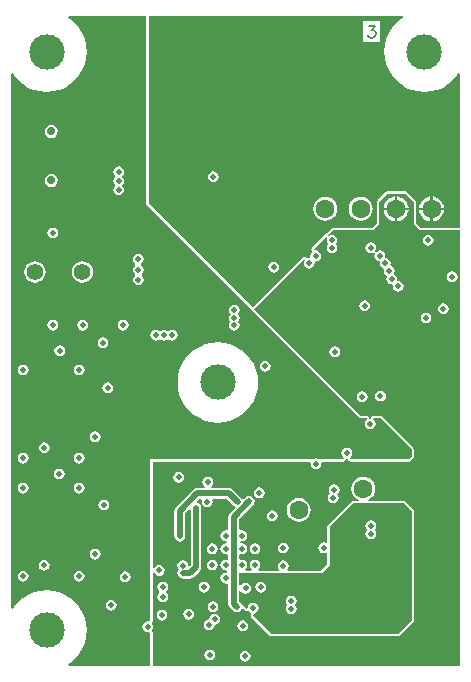
<source format=gbr>
%TF.GenerationSoftware,Altium Limited,Altium Designer,20.1.12 (249)*%
G04 Layer_Physical_Order=3*
G04 Layer_Color=16440176*
%FSLAX45Y45*%
%MOMM*%
%TF.SameCoordinates,4EE8302A-A9A8-49E0-93C5-14594FCB678D*%
%TF.FilePolarity,Positive*%
%TF.FileFunction,Copper,L3,Inr,Signal*%
%TF.Part,Single*%
G01*
G75*
%TA.AperFunction,NonConductor*%
%ADD56C,0.20000*%
%TA.AperFunction,Conductor*%
%ADD58C,0.50000*%
%TA.AperFunction,ComponentPad*%
%ADD65C,1.40000*%
%ADD66C,0.70000*%
%ADD67C,1.60000*%
%TA.AperFunction,WasherPad*%
%ADD68C,3.00000*%
%TA.AperFunction,ViaPad*%
%ADD69C,0.50000*%
%TA.AperFunction,Conductor*%
%ADD70C,0.12500*%
G36*
X1194999Y3959999D02*
X3007500Y2147500D01*
X3060972Y2147500D01*
X3064824Y2134800D01*
X3057556Y2129944D01*
X3047610Y2115059D01*
X3044118Y2097501D01*
X3047610Y2079942D01*
X3057556Y2065057D01*
X3072441Y2055111D01*
X3089999Y2051619D01*
X3107557Y2055111D01*
X3122443Y2065057D01*
X3132388Y2079942D01*
X3135881Y2097501D01*
X3132388Y2115059D01*
X3122443Y2129944D01*
X3115175Y2134800D01*
X3119027Y2147500D01*
X3177500Y2147500D01*
X3442500Y1882500D01*
X3442500Y1822500D01*
X3420000Y1799999D01*
X3297500Y1800000D01*
X2921527D01*
X2917674Y1812700D01*
X2924943Y1817557D01*
X2934889Y1832442D01*
X2938381Y1850000D01*
X2934889Y1867558D01*
X2924943Y1882443D01*
X2910058Y1892389D01*
X2892500Y1895882D01*
X2874942Y1892389D01*
X2860057Y1882443D01*
X2850111Y1867558D01*
X2846618Y1850000D01*
X2850111Y1832442D01*
X2860057Y1817557D01*
X2867326Y1812700D01*
X2863473Y1800000D01*
X2654112D01*
X2648751Y1803582D01*
X2631193Y1807075D01*
X2613635Y1803582D01*
X2608274Y1800000D01*
X1230000D01*
Y434028D01*
X1217300Y425935D01*
X1205000Y428382D01*
X1187442Y424889D01*
X1172557Y414943D01*
X1162611Y400058D01*
X1159118Y382500D01*
X1162611Y364942D01*
X1172557Y350057D01*
X1187442Y340111D01*
X1205000Y336619D01*
X1217300Y339065D01*
X1230000Y330972D01*
Y50979D01*
X536154D01*
X532707Y63202D01*
X550465Y74084D01*
X591160Y108841D01*
X625916Y149535D01*
X653879Y195166D01*
X674359Y244609D01*
X686852Y296648D01*
X691051Y350000D01*
X686852Y403352D01*
X674359Y455391D01*
X653879Y504834D01*
X625916Y550465D01*
X591160Y591160D01*
X550465Y625916D01*
X504834Y653879D01*
X455391Y674359D01*
X403352Y686852D01*
X350000Y691051D01*
X296648Y686852D01*
X244609Y674359D01*
X195166Y653879D01*
X149535Y625916D01*
X108841Y591160D01*
X74084Y550465D01*
X63202Y532707D01*
X50978Y536154D01*
X50976Y5063850D01*
X63199Y5067297D01*
X74084Y5049535D01*
X108841Y5008840D01*
X149535Y4974084D01*
X195166Y4946121D01*
X244609Y4925641D01*
X296648Y4913148D01*
X350000Y4908949D01*
X403352Y4913148D01*
X455391Y4925641D01*
X504834Y4946121D01*
X550465Y4974084D01*
X591160Y5008840D01*
X625916Y5049535D01*
X653879Y5095166D01*
X674359Y5144609D01*
X686852Y5196648D01*
X691051Y5250000D01*
X686852Y5303352D01*
X674359Y5355391D01*
X653879Y5404834D01*
X625916Y5450465D01*
X591160Y5491159D01*
X550465Y5525916D01*
X532707Y5536798D01*
X536154Y5549022D01*
X1195000D01*
X1194999Y3959999D01*
D02*
G37*
G36*
X3367293Y5536798D02*
X3349535Y5525916D01*
X3308840Y5491159D01*
X3274084Y5450465D01*
X3246121Y5404834D01*
X3225641Y5355391D01*
X3213148Y5303352D01*
X3208949Y5250000D01*
X3213148Y5196648D01*
X3225641Y5144609D01*
X3246121Y5095166D01*
X3274084Y5049535D01*
X3308840Y5008840D01*
X3349535Y4974084D01*
X3395166Y4946121D01*
X3444609Y4925641D01*
X3496648Y4913148D01*
X3550000Y4908949D01*
X3603352Y4913148D01*
X3655391Y4925641D01*
X3704834Y4946121D01*
X3750465Y4974084D01*
X3791160Y5008840D01*
X3825916Y5049535D01*
X3836796Y5067289D01*
X3849019Y5063842D01*
X3849020Y3757891D01*
X3523446Y3757892D01*
X3477892Y3803446D01*
X3477892Y3980000D01*
X3476340Y3987803D01*
X3471919Y3994419D01*
X3405562Y4060777D01*
X3398946Y4065197D01*
X3391142Y4066749D01*
X3233859Y4066750D01*
X3233858Y4066750D01*
X3226055Y4065198D01*
X3219439Y4060778D01*
X3219438Y4060777D01*
X3153081Y3994420D01*
X3148661Y3987804D01*
X3147109Y3980001D01*
X3147107Y3798446D01*
X3106554Y3757892D01*
X2772501Y3757892D01*
X2772500Y3757892D01*
X2764697Y3756340D01*
X2758081Y3751919D01*
X2721122Y3714960D01*
X2719457Y3712468D01*
X2717557Y3710154D01*
X2717263Y3709186D01*
X2716701Y3708344D01*
X2716117Y3705407D01*
X2715762Y3704238D01*
X2714594Y3703883D01*
X2711655Y3703299D01*
X2710814Y3702737D01*
X2709846Y3702443D01*
X2707532Y3700543D01*
X2705040Y3698878D01*
X2599138Y3592976D01*
X2598576Y3592135D01*
X2597794Y3591493D01*
X2596381Y3588851D01*
X2594717Y3586361D01*
X2594520Y3585369D01*
X2594043Y3584476D01*
X2593749Y3581493D01*
X2593165Y3578557D01*
X2593362Y3577565D01*
X2593263Y3576558D01*
X2594133Y3573691D01*
X2594717Y3570753D01*
X2595280Y3569912D01*
X2595573Y3568944D01*
X2600952Y3558882D01*
X2595057Y3554943D01*
X2585111Y3540058D01*
X2581618Y3522500D01*
X2583169Y3514705D01*
X2575000Y3503381D01*
X2558838Y3500167D01*
X2558814Y3500227D01*
X2556694Y3502346D01*
X2554794Y3504661D01*
X2544930Y3512756D01*
X2542289Y3514168D01*
X2539797Y3515833D01*
X2538804Y3516030D01*
X2537913Y3516507D01*
X2534931Y3516801D01*
X2531993Y3517385D01*
X2531002Y3517188D01*
X2529994Y3517287D01*
X2527127Y3516417D01*
X2524190Y3515833D01*
X2523349Y3515271D01*
X2522381Y3514977D01*
X2520066Y3513077D01*
X2517574Y3511413D01*
X2095000Y3088839D01*
X2086540Y3097298D01*
X1215391Y3968446D01*
X1215392Y5549022D01*
X3363846D01*
X3367293Y5536798D01*
D02*
G37*
G36*
X3391142Y4046357D02*
X3457500Y3980000D01*
X3457500Y3794999D01*
X3515000Y3737500D01*
X3849020Y3737500D01*
X3849022Y50978D01*
X1263092Y50979D01*
X1250392Y50979D01*
Y330972D01*
X1249958Y333156D01*
X1249909Y335384D01*
X1249189Y337022D01*
X1248840Y338776D01*
X1247602Y340628D01*
X1246705Y342667D01*
X1245414Y343904D01*
X1244420Y345391D01*
X1243078Y358491D01*
X1247389Y364942D01*
X1250881Y382500D01*
X1247389Y400058D01*
X1243078Y406509D01*
X1244420Y419609D01*
X1245414Y421097D01*
X1246705Y422334D01*
X1247602Y424372D01*
X1248840Y426224D01*
X1249189Y427979D01*
X1249909Y429617D01*
X1249957Y431844D01*
X1250392Y434028D01*
Y833323D01*
X1262156Y839370D01*
X1263092Y839222D01*
X1272557Y825057D01*
X1287442Y815111D01*
X1305000Y811619D01*
X1322558Y815111D01*
X1337443Y825057D01*
X1347389Y839942D01*
X1350882Y857500D01*
X1347389Y875058D01*
X1337443Y889943D01*
X1322558Y899889D01*
X1305000Y903382D01*
X1287442Y899889D01*
X1272557Y889943D01*
X1263092Y875778D01*
X1262156Y875630D01*
X1250392Y881677D01*
Y1779608D01*
X2576026D01*
X2586448Y1766908D01*
X2585312Y1761193D01*
X2588804Y1743635D01*
X2598750Y1728750D01*
X2613635Y1718804D01*
X2631193Y1715312D01*
X2648751Y1718804D01*
X2663636Y1728750D01*
X2673582Y1743635D01*
X2677075Y1761193D01*
X2675938Y1766908D01*
X2686361Y1779608D01*
X2863473D01*
X2864465Y1779805D01*
X2865472Y1779706D01*
X2868339Y1780576D01*
X2871277Y1781160D01*
X2872117Y1781722D01*
X2873086Y1782016D01*
X2875402Y1783916D01*
X2877892Y1785581D01*
X2878454Y1786422D01*
X2879236Y1787063D01*
X2880648Y1789705D01*
X2882313Y1792196D01*
X2882510Y1793188D01*
X2882987Y1794080D01*
X2886400Y1805332D01*
X2892500Y1804119D01*
X2898600Y1805332D01*
X2902013Y1794080D01*
X2902490Y1793188D01*
X2902687Y1792196D01*
X2904352Y1789705D01*
X2905764Y1787063D01*
X2906545Y1786422D01*
X2907107Y1785581D01*
X2909598Y1783916D01*
X2911914Y1782016D01*
X2912882Y1781722D01*
X2913723Y1781160D01*
X2916661Y1780576D01*
X2919528Y1779706D01*
X2920535Y1779805D01*
X2921527Y1779608D01*
X3297500D01*
X3420000Y1779608D01*
X3427803Y1781160D01*
X3434419Y1785580D01*
X3434419Y1785581D01*
X3456919Y1808080D01*
X3461339Y1814696D01*
X3462891Y1822499D01*
X3462892Y1882499D01*
X3462892Y1882500D01*
X3461340Y1890304D01*
X3456919Y1896919D01*
X3191919Y2161919D01*
X3185304Y2166339D01*
X3177500Y2167892D01*
X3119027Y2167892D01*
X3118035Y2167694D01*
X3117028Y2167794D01*
X3114160Y2166924D01*
X3111224Y2166340D01*
X3110383Y2165778D01*
X3109414Y2165484D01*
X3107098Y2163583D01*
X3104608Y2161919D01*
X3104046Y2161078D01*
X3103264Y2160436D01*
X3101852Y2157795D01*
X3100188Y2155304D01*
X3099990Y2154311D01*
X3099513Y2153419D01*
X3096101Y2142168D01*
X3089999Y2143382D01*
X3083899Y2142168D01*
X3080486Y2153419D01*
X3080009Y2154311D01*
X3079812Y2155304D01*
X3078147Y2157795D01*
X3076735Y2160437D01*
X3075953Y2161078D01*
X3075391Y2161919D01*
X3072900Y2163584D01*
X3070585Y2165484D01*
X3069617Y2165778D01*
X3068776Y2166340D01*
X3065838Y2166924D01*
X3062971Y2167794D01*
X3061964Y2167695D01*
X3060972Y2167892D01*
X3015947Y2167892D01*
X2109419Y3074419D01*
X2531993Y3496993D01*
X2541858Y3488898D01*
X2532611Y3475058D01*
X2529118Y3457500D01*
X2532611Y3439942D01*
X2542557Y3425057D01*
X2557442Y3415111D01*
X2575000Y3411618D01*
X2592558Y3415111D01*
X2607443Y3425057D01*
X2617389Y3439942D01*
X2620881Y3457500D01*
X2619331Y3465294D01*
X2627500Y3476618D01*
X2645058Y3480111D01*
X2659943Y3490057D01*
X2669889Y3504942D01*
X2673381Y3522500D01*
X2669889Y3540058D01*
X2659943Y3554943D01*
X2645058Y3564889D01*
X2627500Y3568381D01*
X2619813Y3566852D01*
X2613557Y3578557D01*
X2719459Y3684459D01*
X2729324Y3676363D01*
X2725111Y3670058D01*
X2721618Y3652500D01*
X2725111Y3634942D01*
X2735057Y3620057D01*
Y3619943D01*
X2725111Y3605058D01*
X2721618Y3587500D01*
X2725111Y3569942D01*
X2735057Y3555057D01*
X2749942Y3545111D01*
X2767500Y3541618D01*
X2785058Y3545111D01*
X2799943Y3555057D01*
X2809889Y3569942D01*
X2813381Y3587500D01*
X2809889Y3605058D01*
X2799943Y3619943D01*
Y3620057D01*
X2809889Y3634942D01*
X2813381Y3652500D01*
X2809889Y3670058D01*
X2799943Y3684943D01*
X2785058Y3694889D01*
X2767500Y3698381D01*
X2749942Y3694889D01*
X2743637Y3690676D01*
X2735541Y3700541D01*
X2772500Y3737500D01*
X3115001Y3737500D01*
X3167499Y3789999D01*
X3167500Y3980000D01*
X3233858Y4046358D01*
X3391142Y4046357D01*
D02*
G37*
%LPC*%
G36*
X390008Y4631081D02*
X368548Y4626812D01*
X350356Y4614657D01*
X338200Y4596464D01*
X333931Y4575004D01*
X338200Y4553544D01*
X350356Y4535351D01*
X368548Y4523195D01*
X390008Y4518926D01*
X411468Y4523195D01*
X429661Y4535351D01*
X441817Y4553544D01*
X446086Y4575004D01*
X441817Y4596464D01*
X429661Y4614657D01*
X411468Y4626812D01*
X390008Y4631081D01*
D02*
G37*
G36*
Y4216096D02*
X368548Y4211827D01*
X350356Y4199671D01*
X338200Y4181479D01*
X333931Y4160019D01*
X338200Y4138559D01*
X350356Y4120366D01*
X368548Y4108210D01*
X390008Y4103941D01*
X411468Y4108210D01*
X429661Y4120366D01*
X441817Y4138559D01*
X446086Y4160019D01*
X441817Y4181479D01*
X429661Y4199671D01*
X411468Y4211827D01*
X390008Y4216096D01*
D02*
G37*
G36*
X960000Y4278382D02*
X942442Y4274889D01*
X927557Y4264943D01*
X917611Y4250058D01*
X914119Y4232500D01*
X917611Y4214942D01*
X927557Y4200057D01*
Y4189943D01*
X917611Y4175058D01*
X914119Y4157500D01*
X917611Y4139942D01*
X927557Y4125057D01*
Y4114943D01*
X917611Y4100058D01*
X914119Y4082500D01*
X917611Y4064942D01*
X927557Y4050057D01*
X942442Y4040111D01*
X960000Y4036619D01*
X977558Y4040111D01*
X992443Y4050057D01*
X1002389Y4064942D01*
X1005882Y4082500D01*
X1002389Y4100058D01*
X992443Y4114943D01*
Y4125057D01*
X1002389Y4139942D01*
X1005882Y4157500D01*
X1002389Y4175058D01*
X992443Y4189943D01*
Y4200057D01*
X1002389Y4214942D01*
X1005882Y4232500D01*
X1002389Y4250058D01*
X992443Y4264943D01*
X977558Y4274889D01*
X960000Y4278382D01*
D02*
G37*
G36*
X402500Y3760882D02*
X384942Y3757389D01*
X370057Y3747443D01*
X360111Y3732558D01*
X356618Y3715000D01*
X360111Y3697442D01*
X370057Y3682557D01*
X384942Y3672611D01*
X402500Y3669119D01*
X420058Y3672611D01*
X434943Y3682557D01*
X444889Y3697442D01*
X448381Y3715000D01*
X444889Y3732558D01*
X434943Y3747443D01*
X420058Y3757389D01*
X402500Y3760882D01*
D02*
G37*
G36*
X652500Y3475776D02*
X629005Y3472683D01*
X607112Y3463615D01*
X588311Y3449189D01*
X573886Y3430388D01*
X564817Y3408495D01*
X561724Y3385000D01*
X564817Y3361505D01*
X573886Y3339612D01*
X588311Y3320811D01*
X607112Y3306386D01*
X629005Y3297317D01*
X652500Y3294224D01*
X675995Y3297317D01*
X697888Y3306386D01*
X716689Y3320811D01*
X731115Y3339612D01*
X740183Y3361505D01*
X743276Y3385000D01*
X740183Y3408495D01*
X731115Y3430388D01*
X716689Y3449189D01*
X697888Y3463615D01*
X675995Y3472683D01*
X652500Y3475776D01*
D02*
G37*
G36*
X252500D02*
X229005Y3472683D01*
X207112Y3463615D01*
X188311Y3449189D01*
X173885Y3430388D01*
X164817Y3408495D01*
X161724Y3385000D01*
X164817Y3361505D01*
X173885Y3339612D01*
X188311Y3320811D01*
X207112Y3306386D01*
X229005Y3297317D01*
X252500Y3294224D01*
X275995Y3297317D01*
X297888Y3306386D01*
X316688Y3320811D01*
X331114Y3339612D01*
X340183Y3361505D01*
X343276Y3385000D01*
X340183Y3408495D01*
X331114Y3430388D01*
X316688Y3449189D01*
X297888Y3463615D01*
X275995Y3472683D01*
X252500Y3475776D01*
D02*
G37*
G36*
X1127500Y3540882D02*
X1109942Y3537389D01*
X1095057Y3527443D01*
X1085111Y3512558D01*
X1081618Y3495000D01*
X1085111Y3477442D01*
X1095057Y3462557D01*
X1102420Y3457637D01*
Y3442363D01*
X1095057Y3437443D01*
X1085111Y3422558D01*
X1081619Y3405000D01*
X1085111Y3387442D01*
X1095057Y3372557D01*
X1098679Y3370138D01*
Y3354863D01*
X1095057Y3352443D01*
X1085111Y3337558D01*
X1081618Y3320000D01*
X1085111Y3302442D01*
X1095057Y3287557D01*
X1109942Y3277611D01*
X1127500Y3274118D01*
X1145058Y3277611D01*
X1159943Y3287557D01*
X1169889Y3302442D01*
X1173381Y3320000D01*
X1169889Y3337558D01*
X1159943Y3352443D01*
X1156322Y3354863D01*
Y3370137D01*
X1159944Y3372557D01*
X1169889Y3387442D01*
X1173382Y3405000D01*
X1169889Y3422558D01*
X1159944Y3437443D01*
X1152581Y3442363D01*
Y3457637D01*
X1159943Y3462557D01*
X1169889Y3477442D01*
X1173381Y3495000D01*
X1169889Y3512558D01*
X1159943Y3527443D01*
X1145058Y3537389D01*
X1127500Y3540882D01*
D02*
G37*
G36*
X1000000Y2980882D02*
X982442Y2977389D01*
X967557Y2967443D01*
X957611Y2952558D01*
X954118Y2935000D01*
X957611Y2917442D01*
X967557Y2902557D01*
X982442Y2892611D01*
X1000000Y2889119D01*
X1017558Y2892611D01*
X1032443Y2902557D01*
X1042389Y2917442D01*
X1045881Y2935000D01*
X1042389Y2952558D01*
X1032443Y2967443D01*
X1017558Y2977389D01*
X1000000Y2980882D01*
D02*
G37*
G36*
X655000D02*
X637442Y2977389D01*
X622557Y2967443D01*
X612611Y2952558D01*
X609119Y2935000D01*
X612611Y2917442D01*
X622557Y2902557D01*
X637442Y2892611D01*
X655000Y2889119D01*
X672558Y2892611D01*
X687443Y2902557D01*
X697389Y2917442D01*
X700882Y2935000D01*
X697389Y2952558D01*
X687443Y2967443D01*
X672558Y2977389D01*
X655000Y2980882D01*
D02*
G37*
G36*
X402500D02*
X384942Y2977389D01*
X370057Y2967443D01*
X360111Y2952558D01*
X356618Y2935000D01*
X360111Y2917442D01*
X370057Y2902557D01*
X384942Y2892611D01*
X402500Y2889119D01*
X420058Y2892611D01*
X434943Y2902557D01*
X444889Y2917442D01*
X448381Y2935000D01*
X444889Y2952558D01*
X434943Y2967443D01*
X420058Y2977389D01*
X402500Y2980882D01*
D02*
G37*
G36*
X1940000Y3108382D02*
X1922442Y3104889D01*
X1907557Y3094943D01*
X1897611Y3080058D01*
X1894118Y3062500D01*
X1897611Y3044942D01*
X1907557Y3030057D01*
Y3029943D01*
X1897611Y3015058D01*
X1894118Y2997500D01*
X1897611Y2979942D01*
X1907557Y2965057D01*
Y2964943D01*
X1897611Y2950058D01*
X1894118Y2932500D01*
X1897611Y2914942D01*
X1907557Y2900057D01*
X1922442Y2890111D01*
X1940000Y2886618D01*
X1957558Y2890111D01*
X1972443Y2900057D01*
X1982389Y2914942D01*
X1985881Y2932500D01*
X1982389Y2950058D01*
X1972443Y2964943D01*
Y2965057D01*
X1982389Y2979942D01*
X1985881Y2997500D01*
X1982389Y3015058D01*
X1972443Y3029943D01*
Y3030057D01*
X1982389Y3044942D01*
X1985881Y3062500D01*
X1982389Y3080058D01*
X1972443Y3094943D01*
X1957558Y3104889D01*
X1940000Y3108382D01*
D02*
G37*
G36*
X1415000Y2895881D02*
X1397442Y2892389D01*
X1389581Y2887136D01*
X1380000Y2883432D01*
X1370419Y2887136D01*
X1362558Y2892389D01*
X1345000Y2895881D01*
X1327442Y2892389D01*
X1319581Y2887136D01*
X1310000Y2883432D01*
X1300419Y2887136D01*
X1292558Y2892389D01*
X1275000Y2895881D01*
X1257442Y2892389D01*
X1242557Y2882443D01*
X1232611Y2867558D01*
X1229118Y2850000D01*
X1232611Y2832442D01*
X1242557Y2817557D01*
X1257442Y2807611D01*
X1275000Y2804118D01*
X1292558Y2807611D01*
X1300419Y2812863D01*
X1310000Y2816568D01*
X1319581Y2812863D01*
X1327442Y2807611D01*
X1345000Y2804118D01*
X1362558Y2807611D01*
X1370419Y2812863D01*
X1380000Y2816568D01*
X1389581Y2812863D01*
X1397442Y2807611D01*
X1415000Y2804118D01*
X1432558Y2807611D01*
X1447443Y2817557D01*
X1457389Y2832442D01*
X1460882Y2850000D01*
X1457389Y2867558D01*
X1447443Y2882443D01*
X1432558Y2892389D01*
X1415000Y2895881D01*
D02*
G37*
G36*
X827500Y2833381D02*
X809942Y2829889D01*
X795057Y2819943D01*
X785111Y2805058D01*
X781618Y2787500D01*
X785111Y2769942D01*
X795057Y2755057D01*
X809942Y2745111D01*
X827500Y2741618D01*
X845058Y2745111D01*
X859943Y2755057D01*
X869889Y2769942D01*
X873382Y2787500D01*
X869889Y2805058D01*
X859943Y2819943D01*
X845058Y2829889D01*
X827500Y2833381D01*
D02*
G37*
G36*
X462500Y2765882D02*
X444942Y2762389D01*
X430057Y2752443D01*
X420111Y2737558D01*
X416618Y2720000D01*
X420111Y2702442D01*
X430057Y2687557D01*
X444942Y2677611D01*
X462500Y2674119D01*
X480058Y2677611D01*
X494943Y2687557D01*
X504889Y2702442D01*
X508381Y2720000D01*
X504889Y2737558D01*
X494943Y2752443D01*
X480058Y2762389D01*
X462500Y2765882D01*
D02*
G37*
G36*
X2202500Y2630881D02*
X2184942Y2627389D01*
X2170057Y2617443D01*
X2160111Y2602558D01*
X2156618Y2585000D01*
X2160111Y2567442D01*
X2170057Y2552557D01*
X2184942Y2542611D01*
X2202500Y2539118D01*
X2220058Y2542611D01*
X2234943Y2552557D01*
X2244889Y2567442D01*
X2248381Y2585000D01*
X2244889Y2602558D01*
X2234943Y2617443D01*
X2220058Y2627389D01*
X2202500Y2630881D01*
D02*
G37*
G36*
X627500Y2600882D02*
X609942Y2597389D01*
X595057Y2587443D01*
X585111Y2572558D01*
X581618Y2555000D01*
X585111Y2537442D01*
X595057Y2522557D01*
X609942Y2512611D01*
X627500Y2509119D01*
X645058Y2512611D01*
X659943Y2522557D01*
X669889Y2537442D01*
X673381Y2555000D01*
X669889Y2572558D01*
X659943Y2587443D01*
X645058Y2597389D01*
X627500Y2600882D01*
D02*
G37*
G36*
X152500D02*
X134942Y2597389D01*
X120057Y2587443D01*
X110111Y2572558D01*
X106619Y2555000D01*
X110111Y2537442D01*
X120057Y2522557D01*
X134942Y2512611D01*
X152500Y2509119D01*
X170058Y2512611D01*
X184943Y2522557D01*
X194889Y2537442D01*
X198382Y2555000D01*
X194889Y2572558D01*
X184943Y2587443D01*
X170058Y2597389D01*
X152500Y2600882D01*
D02*
G37*
G36*
X867500Y2450882D02*
X849942Y2447389D01*
X835057Y2437443D01*
X825111Y2422558D01*
X821618Y2405000D01*
X825111Y2387442D01*
X835057Y2372557D01*
X849942Y2362611D01*
X867500Y2359118D01*
X885058Y2362611D01*
X899943Y2372557D01*
X909889Y2387442D01*
X913381Y2405000D01*
X909889Y2422558D01*
X899943Y2437443D01*
X885058Y2447389D01*
X867500Y2450882D01*
D02*
G37*
G36*
X1800000Y2791051D02*
X1746648Y2786852D01*
X1694609Y2774359D01*
X1645166Y2753879D01*
X1599535Y2725916D01*
X1558840Y2691159D01*
X1524084Y2650465D01*
X1496121Y2604834D01*
X1475641Y2555391D01*
X1463148Y2503352D01*
X1458949Y2450000D01*
X1463148Y2396648D01*
X1475641Y2344609D01*
X1496121Y2295166D01*
X1524084Y2249535D01*
X1558840Y2208840D01*
X1599535Y2174084D01*
X1645166Y2146121D01*
X1694609Y2125641D01*
X1746648Y2113148D01*
X1800000Y2108949D01*
X1853352Y2113148D01*
X1905391Y2125641D01*
X1954834Y2146121D01*
X2000465Y2174084D01*
X2041159Y2208840D01*
X2075916Y2249535D01*
X2103879Y2295166D01*
X2124359Y2344609D01*
X2136852Y2396648D01*
X2141051Y2450000D01*
X2136852Y2503352D01*
X2124359Y2555391D01*
X2103879Y2604834D01*
X2075916Y2650465D01*
X2041159Y2691159D01*
X2000465Y2725916D01*
X1954834Y2753879D01*
X1905391Y2774359D01*
X1853352Y2786852D01*
X1800000Y2791051D01*
D02*
G37*
G36*
X762500Y2035882D02*
X744942Y2032389D01*
X730057Y2022443D01*
X720111Y2007558D01*
X716619Y1990000D01*
X720111Y1972442D01*
X730057Y1957557D01*
X744942Y1947611D01*
X762500Y1944119D01*
X780058Y1947611D01*
X794943Y1957557D01*
X804889Y1972442D01*
X808382Y1990000D01*
X804889Y2007558D01*
X794943Y2022443D01*
X780058Y2032389D01*
X762500Y2035882D01*
D02*
G37*
G36*
X332500Y1943381D02*
X314942Y1939889D01*
X300057Y1929943D01*
X290111Y1915058D01*
X286618Y1897500D01*
X290111Y1879942D01*
X300057Y1865057D01*
X314942Y1855111D01*
X332500Y1851618D01*
X350058Y1855111D01*
X364943Y1865057D01*
X374889Y1879942D01*
X378382Y1897500D01*
X374889Y1915058D01*
X364943Y1929943D01*
X350058Y1939889D01*
X332500Y1943381D01*
D02*
G37*
G36*
X627500Y1853382D02*
X609942Y1849889D01*
X595057Y1839943D01*
X585111Y1825058D01*
X581618Y1807500D01*
X585111Y1789942D01*
X595057Y1775057D01*
X609942Y1765111D01*
X627500Y1761619D01*
X645058Y1765111D01*
X659943Y1775057D01*
X669889Y1789942D01*
X673381Y1807500D01*
X669889Y1825058D01*
X659943Y1839943D01*
X645058Y1849889D01*
X627500Y1853382D01*
D02*
G37*
G36*
X152500D02*
X134942Y1849889D01*
X120057Y1839943D01*
X110111Y1825058D01*
X106619Y1807500D01*
X110111Y1789942D01*
X120057Y1775057D01*
X134942Y1765111D01*
X152500Y1761619D01*
X170058Y1765111D01*
X184943Y1775057D01*
X194889Y1789942D01*
X198382Y1807500D01*
X194889Y1825058D01*
X184943Y1839943D01*
X170058Y1849889D01*
X152500Y1853382D01*
D02*
G37*
G36*
X457500Y1720881D02*
X439942Y1717389D01*
X425057Y1707443D01*
X415111Y1692558D01*
X411618Y1675000D01*
X415111Y1657442D01*
X425057Y1642557D01*
X439942Y1632611D01*
X457500Y1629118D01*
X475058Y1632611D01*
X489943Y1642557D01*
X499889Y1657442D01*
X503382Y1675000D01*
X499889Y1692558D01*
X489943Y1707443D01*
X475058Y1717389D01*
X457500Y1720881D01*
D02*
G37*
G36*
X152500Y1600882D02*
X134942Y1597389D01*
X120057Y1587443D01*
X110111Y1572558D01*
X106619Y1555000D01*
X110111Y1537442D01*
X120057Y1522557D01*
X134942Y1512611D01*
X152500Y1509119D01*
X170058Y1512611D01*
X184943Y1522557D01*
X194889Y1537442D01*
X198382Y1555000D01*
X194889Y1572558D01*
X184943Y1587443D01*
X170058Y1597389D01*
X152500Y1600882D01*
D02*
G37*
G36*
X627500Y1600881D02*
X609942Y1597389D01*
X595057Y1587443D01*
X585111Y1572558D01*
X581618Y1555000D01*
X585111Y1537442D01*
X595057Y1522557D01*
X609942Y1512611D01*
X627500Y1509118D01*
X645058Y1512611D01*
X659943Y1522557D01*
X669889Y1537442D01*
X673381Y1555000D01*
X669889Y1572558D01*
X659943Y1587443D01*
X645058Y1597389D01*
X627500Y1600881D01*
D02*
G37*
G36*
X835000Y1458382D02*
X817442Y1454889D01*
X802557Y1444943D01*
X792611Y1430058D01*
X789119Y1412500D01*
X792611Y1394942D01*
X802557Y1380057D01*
X817442Y1370111D01*
X835000Y1366619D01*
X852558Y1370111D01*
X867443Y1380057D01*
X877389Y1394942D01*
X880882Y1412500D01*
X877389Y1430058D01*
X867443Y1444943D01*
X852558Y1454889D01*
X835000Y1458382D01*
D02*
G37*
G36*
X762500Y1040882D02*
X744942Y1037389D01*
X730057Y1027443D01*
X720111Y1012558D01*
X716619Y995000D01*
X720111Y977442D01*
X730057Y962557D01*
X744942Y952611D01*
X762500Y949118D01*
X780058Y952611D01*
X794943Y962557D01*
X804889Y977442D01*
X808382Y995000D01*
X804889Y1012558D01*
X794943Y1027443D01*
X780058Y1037389D01*
X762500Y1040882D01*
D02*
G37*
G36*
X330000Y945881D02*
X312442Y942389D01*
X297557Y932443D01*
X287611Y917558D01*
X284118Y900000D01*
X287611Y882442D01*
X297557Y867557D01*
X312442Y857611D01*
X330000Y854118D01*
X347558Y857611D01*
X362443Y867557D01*
X372389Y882442D01*
X375881Y900000D01*
X372389Y917558D01*
X362443Y932443D01*
X347558Y942389D01*
X330000Y945881D01*
D02*
G37*
G36*
X627500Y853382D02*
X609942Y849889D01*
X595057Y839943D01*
X585111Y825058D01*
X581618Y807500D01*
X585111Y789942D01*
X595057Y775057D01*
X609942Y765111D01*
X627500Y761618D01*
X645058Y765111D01*
X659943Y775057D01*
X669889Y789942D01*
X673381Y807500D01*
X669889Y825058D01*
X659943Y839943D01*
X645058Y849889D01*
X627500Y853382D01*
D02*
G37*
G36*
X152500D02*
X134942Y849889D01*
X120057Y839943D01*
X110111Y825058D01*
X106619Y807500D01*
X110111Y789942D01*
X120057Y775057D01*
X134942Y765111D01*
X152500Y761618D01*
X170058Y765111D01*
X184943Y775057D01*
X194889Y789942D01*
X198382Y807500D01*
X194889Y825058D01*
X184943Y839943D01*
X170058Y849889D01*
X152500Y853382D01*
D02*
G37*
G36*
X1017500Y850881D02*
X999942Y847389D01*
X985057Y837443D01*
X975111Y822558D01*
X971619Y805000D01*
X975111Y787442D01*
X985057Y772557D01*
X999942Y762611D01*
X1017500Y759118D01*
X1035058Y762611D01*
X1049943Y772557D01*
X1059889Y787442D01*
X1063382Y805000D01*
X1059889Y822558D01*
X1049943Y837443D01*
X1035058Y847389D01*
X1017500Y850881D01*
D02*
G37*
G36*
X897500Y608382D02*
X879942Y604889D01*
X865057Y594943D01*
X855111Y580058D01*
X851619Y562500D01*
X855111Y544942D01*
X865057Y530057D01*
X879942Y520111D01*
X897500Y516618D01*
X915058Y520111D01*
X929943Y530057D01*
X939889Y544942D01*
X943382Y562500D01*
X939889Y580058D01*
X929943Y594943D01*
X915058Y604889D01*
X897500Y608382D01*
D02*
G37*
G36*
X3176652Y5509978D02*
X3030000D01*
Y5330000D01*
X3176652D01*
Y5509978D01*
D02*
G37*
G36*
X1762500Y4238381D02*
X1744942Y4234889D01*
X1730057Y4224943D01*
X1720111Y4210058D01*
X1716619Y4192500D01*
X1720111Y4174942D01*
X1730057Y4160056D01*
X1744942Y4150111D01*
X1762500Y4146618D01*
X1780058Y4150111D01*
X1794943Y4160056D01*
X1804889Y4174942D01*
X1808382Y4192500D01*
X1804889Y4210058D01*
X1794943Y4224943D01*
X1780058Y4234889D01*
X1762500Y4238381D01*
D02*
G37*
G36*
X3619999Y4024993D02*
Y3930000D01*
X3714993D01*
X3712687Y3947515D01*
X3702067Y3973155D01*
X3685172Y3995172D01*
X3663154Y4012067D01*
X3637515Y4022687D01*
X3619999Y4024993D01*
D02*
G37*
G36*
X3599999D02*
X3582485Y4022687D01*
X3556845Y4012067D01*
X3534828Y3995172D01*
X3517933Y3973155D01*
X3507313Y3947515D01*
X3505007Y3930000D01*
X3599999D01*
Y4024993D01*
D02*
G37*
G36*
X3010000Y4020863D02*
X2983895Y4017426D01*
X2959569Y4007350D01*
X2938679Y3991321D01*
X2922650Y3970431D01*
X2912574Y3946105D01*
X2909137Y3920000D01*
X2912574Y3893895D01*
X2922650Y3869569D01*
X2938679Y3848679D01*
X2959569Y3832650D01*
X2983895Y3822574D01*
X3010000Y3819137D01*
X3036105Y3822574D01*
X3060431Y3832650D01*
X3081321Y3848679D01*
X3097350Y3869569D01*
X3107426Y3893895D01*
X3110863Y3920000D01*
X3107426Y3946105D01*
X3097350Y3970431D01*
X3081321Y3991321D01*
X3060431Y4007350D01*
X3036105Y4017426D01*
X3010000Y4020863D01*
D02*
G37*
G36*
X2710000D02*
X2683895Y4017426D01*
X2659569Y4007350D01*
X2638679Y3991321D01*
X2622650Y3970431D01*
X2612574Y3946105D01*
X2609137Y3920000D01*
X2612574Y3893895D01*
X2622650Y3869569D01*
X2638679Y3848679D01*
X2659569Y3832650D01*
X2683895Y3822574D01*
X2710000Y3819137D01*
X2736105Y3822574D01*
X2760431Y3832650D01*
X2781321Y3848679D01*
X2797349Y3869569D01*
X2807426Y3893895D01*
X2810863Y3920000D01*
X2807426Y3946105D01*
X2797349Y3970431D01*
X2781321Y3991321D01*
X2760431Y4007350D01*
X2736105Y4017426D01*
X2710000Y4020863D01*
D02*
G37*
G36*
X3599999Y3910000D02*
X3505007D01*
X3507313Y3892485D01*
X3517933Y3866845D01*
X3534828Y3844828D01*
X3556845Y3827933D01*
X3582485Y3817313D01*
X3599999Y3815007D01*
Y3910000D01*
D02*
G37*
G36*
X3714993D02*
X3619999D01*
Y3815007D01*
X3637515Y3817313D01*
X3663154Y3827933D01*
X3685172Y3844828D01*
X3702067Y3866845D01*
X3712687Y3892485D01*
X3714993Y3910000D01*
D02*
G37*
G36*
X2272500Y3470881D02*
X2254942Y3467389D01*
X2240057Y3457443D01*
X2230111Y3442558D01*
X2226619Y3424999D01*
X2230111Y3407441D01*
X2240057Y3392556D01*
X2254942Y3382610D01*
X2272500Y3379118D01*
X2290058Y3382610D01*
X2304943Y3392556D01*
X2314889Y3407441D01*
X2318382Y3424999D01*
X2314889Y3442558D01*
X2304943Y3457443D01*
X2290058Y3467389D01*
X2272500Y3470881D01*
D02*
G37*
G36*
X3320000Y4024993D02*
Y3930001D01*
X3414993D01*
X3412687Y3947515D01*
X3402067Y3973155D01*
X3385172Y3995172D01*
X3363155Y4012067D01*
X3337515Y4022687D01*
X3320000Y4024993D01*
D02*
G37*
G36*
X3300000D02*
X3282485Y4022687D01*
X3256845Y4012067D01*
X3234828Y3995172D01*
X3217933Y3973155D01*
X3207313Y3947515D01*
X3205007Y3930001D01*
X3300000D01*
Y4024993D01*
D02*
G37*
G36*
Y3910001D02*
X3205007D01*
X3207313Y3892485D01*
X3217933Y3866845D01*
X3234828Y3844828D01*
X3256845Y3827933D01*
X3282485Y3817313D01*
X3300000Y3815007D01*
Y3910001D01*
D02*
G37*
G36*
X3414993D02*
X3320000D01*
Y3815007D01*
X3337515Y3817313D01*
X3363155Y3827933D01*
X3385172Y3844828D01*
X3402067Y3866845D01*
X3412687Y3892485D01*
X3414993Y3910001D01*
D02*
G37*
G36*
X3582500Y3698381D02*
X3564942Y3694889D01*
X3550057Y3684943D01*
X3540111Y3670058D01*
X3536619Y3652500D01*
X3540111Y3634942D01*
X3550057Y3620057D01*
X3564942Y3610111D01*
X3582500Y3606618D01*
X3600058Y3610111D01*
X3614943Y3620057D01*
X3624889Y3634942D01*
X3628382Y3652500D01*
X3624889Y3670058D01*
X3614943Y3684943D01*
X3600058Y3694889D01*
X3582500Y3698381D01*
D02*
G37*
G36*
X3785000Y3390881D02*
X3767442Y3387389D01*
X3752557Y3377443D01*
X3742611Y3362558D01*
X3739119Y3345000D01*
X3742611Y3327442D01*
X3752557Y3312556D01*
X3767442Y3302611D01*
X3785000Y3299118D01*
X3802558Y3302611D01*
X3817443Y3312556D01*
X3827389Y3327442D01*
X3830882Y3345000D01*
X3827389Y3362558D01*
X3817443Y3377443D01*
X3802558Y3387389D01*
X3785000Y3390881D01*
D02*
G37*
G36*
X3095000Y3635562D02*
X3077442Y3632070D01*
X3062557Y3622124D01*
X3052611Y3607239D01*
X3049118Y3589681D01*
X3052611Y3572123D01*
X3062557Y3557237D01*
X3077442Y3547292D01*
X3095000Y3543799D01*
X3112558Y3547292D01*
X3122801Y3554136D01*
X3127443Y3557237D01*
X3135965Y3548820D01*
X3133402Y3544984D01*
X3130111Y3540058D01*
X3126618Y3522500D01*
X3130111Y3504942D01*
X3140057Y3490057D01*
X3154942Y3480111D01*
X3163802Y3478349D01*
X3172535Y3475808D01*
X3173021Y3464552D01*
X3171618Y3457500D01*
X3175111Y3439942D01*
X3185057Y3425057D01*
X3199942Y3415111D01*
X3207894Y3400580D01*
X3206287Y3392500D01*
X3209779Y3374942D01*
X3219725Y3360057D01*
X3232970Y3351207D01*
X3228861Y3345058D01*
X3225369Y3327500D01*
X3228861Y3309942D01*
X3238807Y3295057D01*
X3253692Y3285111D01*
X3271250Y3281619D01*
X3272523Y3281872D01*
X3283323Y3271071D01*
X3281619Y3262500D01*
X3285111Y3244942D01*
X3295057Y3230057D01*
X3309942Y3220111D01*
X3327500Y3216618D01*
X3345058Y3220111D01*
X3359943Y3230057D01*
X3369889Y3244942D01*
X3373382Y3262500D01*
X3369889Y3280058D01*
X3359943Y3294943D01*
X3345058Y3304889D01*
X3327500Y3308381D01*
X3326228Y3308128D01*
X3315427Y3318929D01*
X3317132Y3327500D01*
X3313639Y3345058D01*
X3303693Y3359943D01*
X3290449Y3368793D01*
X3294558Y3374942D01*
X3298050Y3392500D01*
X3294558Y3410058D01*
X3284612Y3424943D01*
X3269727Y3434888D01*
X3261774Y3449420D01*
X3263382Y3457500D01*
X3259889Y3475058D01*
X3249943Y3489943D01*
X3235058Y3499889D01*
X3226198Y3501652D01*
X3217465Y3504193D01*
X3216979Y3515449D01*
X3218381Y3522500D01*
X3214889Y3540058D01*
X3204943Y3554943D01*
X3190058Y3564889D01*
X3172500Y3568382D01*
X3154942Y3564889D01*
X3144699Y3558045D01*
X3140057Y3554944D01*
X3131535Y3563360D01*
X3134098Y3567197D01*
X3137389Y3572123D01*
X3140881Y3589681D01*
X3137389Y3607239D01*
X3127443Y3622124D01*
X3112558Y3632070D01*
X3095000Y3635562D01*
D02*
G37*
G36*
X3042500Y3145881D02*
X3024942Y3142389D01*
X3010057Y3132443D01*
X3000111Y3117558D01*
X2996619Y3100000D01*
X3000111Y3082442D01*
X3010057Y3067557D01*
X3024942Y3057611D01*
X3042500Y3054118D01*
X3060058Y3057611D01*
X3074944Y3067557D01*
X3084889Y3082442D01*
X3088382Y3100000D01*
X3084889Y3117558D01*
X3074944Y3132443D01*
X3060058Y3142389D01*
X3042500Y3145881D01*
D02*
G37*
G36*
X3710000Y3120881D02*
X3692442Y3117389D01*
X3677557Y3107443D01*
X3667611Y3092558D01*
X3664119Y3075000D01*
X3667611Y3057442D01*
X3677557Y3042557D01*
X3692442Y3032611D01*
X3710000Y3029118D01*
X3727558Y3032611D01*
X3742443Y3042557D01*
X3752389Y3057442D01*
X3755882Y3075000D01*
X3752389Y3092558D01*
X3742443Y3107443D01*
X3727558Y3117389D01*
X3710000Y3120881D01*
D02*
G37*
G36*
X3562500Y3040881D02*
X3544942Y3037389D01*
X3530057Y3027443D01*
X3520111Y3012558D01*
X3516619Y2995000D01*
X3520111Y2977442D01*
X3530057Y2962557D01*
X3544942Y2952611D01*
X3562500Y2949118D01*
X3580058Y2952611D01*
X3594944Y2962557D01*
X3604889Y2977442D01*
X3608382Y2995000D01*
X3604889Y3012558D01*
X3594944Y3027443D01*
X3580058Y3037389D01*
X3562500Y3040881D01*
D02*
G37*
G36*
X2790000Y2755882D02*
X2772442Y2752389D01*
X2757557Y2742443D01*
X2747611Y2727558D01*
X2744118Y2710000D01*
X2747611Y2692442D01*
X2757557Y2677557D01*
X2772442Y2667611D01*
X2790000Y2664119D01*
X2807558Y2667611D01*
X2822443Y2677557D01*
X2832389Y2692442D01*
X2835882Y2710000D01*
X2832389Y2727558D01*
X2822443Y2742443D01*
X2807558Y2752389D01*
X2790000Y2755882D01*
D02*
G37*
G36*
X3177500Y2380882D02*
X3159942Y2377390D01*
X3145057Y2367444D01*
X3135111Y2352559D01*
X3131619Y2335001D01*
X3135111Y2317443D01*
X3145057Y2302557D01*
X3159942Y2292612D01*
X3177500Y2289119D01*
X3195058Y2292612D01*
X3209944Y2302557D01*
X3219889Y2317443D01*
X3223382Y2335001D01*
X3219889Y2352559D01*
X3209944Y2367444D01*
X3195058Y2377390D01*
X3177500Y2380882D01*
D02*
G37*
G36*
X3022500Y2373382D02*
X3004942Y2369890D01*
X2990057Y2359944D01*
X2980111Y2345059D01*
X2976619Y2327501D01*
X2980111Y2309943D01*
X2990057Y2295057D01*
X3004942Y2285112D01*
X3022500Y2281619D01*
X3040058Y2285112D01*
X3054943Y2295057D01*
X3064889Y2309943D01*
X3068382Y2327501D01*
X3064889Y2345059D01*
X3054943Y2359944D01*
X3040058Y2369890D01*
X3022500Y2373382D01*
D02*
G37*
G36*
X1467500Y1690882D02*
X1449942Y1687389D01*
X1435057Y1677443D01*
X1425111Y1662558D01*
X1421619Y1645000D01*
X1425111Y1627442D01*
X1435057Y1612557D01*
X1449942Y1602611D01*
X1467500Y1599119D01*
X1485058Y1602611D01*
X1499944Y1612557D01*
X1509890Y1627442D01*
X1513382Y1645000D01*
X1509890Y1662558D01*
X1499944Y1677443D01*
X1485058Y1687389D01*
X1467500Y1690882D01*
D02*
G37*
G36*
X2152500Y1560882D02*
X2134942Y1557389D01*
X2120057Y1547443D01*
X2110111Y1532558D01*
X2106618Y1515000D01*
X2110111Y1497442D01*
X2120057Y1482557D01*
X2134942Y1472611D01*
X2152500Y1469118D01*
X2170058Y1472611D01*
X2184943Y1482557D01*
X2194889Y1497442D01*
X2198381Y1515000D01*
X2194889Y1532558D01*
X2184943Y1547443D01*
X2170058Y1557389D01*
X2152500Y1560882D01*
D02*
G37*
G36*
X2785136Y1585957D02*
X2767578Y1582464D01*
X2752693Y1572518D01*
X2742747Y1557633D01*
X2739254Y1540075D01*
X2742747Y1522517D01*
X2750423Y1511029D01*
X2745057Y1507443D01*
X2735111Y1492558D01*
X2731618Y1475000D01*
X2735111Y1457442D01*
X2745057Y1442557D01*
X2759942Y1432611D01*
X2777500Y1429119D01*
X2795058Y1432611D01*
X2809943Y1442557D01*
X2819889Y1457442D01*
X2823381Y1475000D01*
X2819889Y1492558D01*
X2812213Y1504046D01*
X2817579Y1507632D01*
X2827525Y1522517D01*
X2831017Y1540075D01*
X2827525Y1557633D01*
X2817579Y1572518D01*
X2802694Y1582464D01*
X2785136Y1585957D01*
D02*
G37*
G36*
X2262500Y1365881D02*
X2244942Y1362389D01*
X2230057Y1352443D01*
X2220111Y1337558D01*
X2216618Y1320000D01*
X2220111Y1302442D01*
X2230057Y1287557D01*
X2244942Y1277611D01*
X2262500Y1274118D01*
X2280058Y1277611D01*
X2294943Y1287557D01*
X2304889Y1302442D01*
X2308381Y1320000D01*
X2304889Y1337558D01*
X2294943Y1352443D01*
X2280058Y1362389D01*
X2262500Y1365881D01*
D02*
G37*
G36*
X2485000Y1470863D02*
X2458895Y1467426D01*
X2434569Y1457350D01*
X2413679Y1441321D01*
X2397651Y1420431D01*
X2387574Y1396105D01*
X2384137Y1370000D01*
X2387574Y1343895D01*
X2397651Y1319569D01*
X2413679Y1298679D01*
X2434569Y1282650D01*
X2458895Y1272574D01*
X2485000Y1269137D01*
X2511105Y1272574D01*
X2535431Y1282650D01*
X2556321Y1298679D01*
X2572350Y1319569D01*
X2582426Y1343895D01*
X2585863Y1370000D01*
X2582426Y1396105D01*
X2572350Y1420431D01*
X2556321Y1441321D01*
X2535431Y1457350D01*
X2511105Y1467426D01*
X2485000Y1470863D01*
D02*
G37*
G36*
X1715000Y1650882D02*
X1697442Y1647389D01*
X1682556Y1637444D01*
X1672611Y1622558D01*
X1669118Y1605000D01*
X1672611Y1587442D01*
X1682556Y1572557D01*
X1688506Y1568582D01*
X1684654Y1555882D01*
X1625000D01*
X1607442Y1552389D01*
X1592557Y1542443D01*
X1445382Y1395268D01*
X1435436Y1380383D01*
X1431943Y1362825D01*
Y1147500D01*
X1435436Y1129942D01*
X1445382Y1115057D01*
X1460267Y1105111D01*
X1477825Y1101619D01*
X1495383Y1105111D01*
X1510268Y1115057D01*
X1520214Y1129942D01*
X1523706Y1147500D01*
Y1343820D01*
X1556419Y1376532D01*
X1569119Y1371272D01*
Y904005D01*
X1560752Y895638D01*
X1553748Y897819D01*
X1548231Y901078D01*
X1545066Y916992D01*
X1535120Y931877D01*
X1520235Y941823D01*
X1502677Y945316D01*
X1485119Y941823D01*
X1470234Y931877D01*
X1460288Y916992D01*
X1456795Y899434D01*
X1460288Y881876D01*
X1470218Y867015D01*
X1470013Y866878D01*
X1460067Y851993D01*
X1456574Y834435D01*
X1460067Y816877D01*
X1470013Y801992D01*
X1484898Y792046D01*
X1502456Y788553D01*
X1564435D01*
X1581993Y792046D01*
X1596878Y801992D01*
X1647443Y852557D01*
X1657389Y867442D01*
X1660882Y885000D01*
Y1384519D01*
X1657389Y1402077D01*
X1647443Y1416962D01*
X1632558Y1426908D01*
X1626050Y1428203D01*
X1621870Y1441983D01*
X1644005Y1464118D01*
X1659163D01*
X1666771Y1451418D01*
X1664118Y1438084D01*
X1667611Y1420526D01*
X1677557Y1405641D01*
X1692442Y1395695D01*
X1710000Y1392203D01*
X1727558Y1395695D01*
X1742443Y1405641D01*
X1752389Y1420526D01*
X1755881Y1438084D01*
X1753229Y1451418D01*
X1760837Y1464118D01*
X1875995D01*
X1935317Y1404796D01*
X1941908Y1400392D01*
X1943665Y1384188D01*
X1902557Y1343080D01*
X1892611Y1328195D01*
X1889118Y1310637D01*
Y1205619D01*
X1876418Y1196409D01*
X1866500Y1198381D01*
X1848942Y1194889D01*
X1834057Y1184943D01*
X1824111Y1170058D01*
X1820619Y1152500D01*
X1824111Y1134942D01*
X1834057Y1120057D01*
X1848942Y1110111D01*
X1866500Y1106618D01*
X1870579Y1107430D01*
X1882064Y1098252D01*
Y1095248D01*
X1870579Y1086070D01*
X1866500Y1086881D01*
X1848942Y1083389D01*
X1834057Y1073443D01*
X1824111Y1058558D01*
X1820619Y1041000D01*
X1824111Y1023442D01*
X1834057Y1008557D01*
X1848942Y998611D01*
X1866500Y995118D01*
X1876418Y997091D01*
X1889118Y987880D01*
Y957119D01*
X1876418Y947909D01*
X1866500Y949882D01*
X1848942Y946389D01*
X1834057Y936443D01*
X1824111Y921558D01*
X1820619Y904000D01*
X1824111Y886442D01*
X1834057Y871557D01*
X1848942Y861611D01*
X1866500Y858118D01*
X1870579Y858930D01*
X1882064Y849752D01*
Y846748D01*
X1870579Y837570D01*
X1866500Y838382D01*
X1848942Y834889D01*
X1834057Y824943D01*
X1824111Y810058D01*
X1820619Y792500D01*
X1824111Y774942D01*
X1834057Y760057D01*
X1848942Y750111D01*
X1866500Y746619D01*
X1876418Y748591D01*
X1889118Y739381D01*
Y577500D01*
X1892611Y559942D01*
X1902557Y545057D01*
X1927557Y520057D01*
X1942442Y510111D01*
X1960000Y506618D01*
X1977559Y510111D01*
X1992444Y520057D01*
X1999734Y530967D01*
X2014248Y534414D01*
X2027378Y521283D01*
X2028615Y520457D01*
X2029611Y519352D01*
X2031894Y518266D01*
X2033994Y516863D01*
X2035453Y516573D01*
X2036796Y515933D01*
X2039320Y515803D01*
X2041798Y515310D01*
X2043257Y515600D01*
X2044742Y515524D01*
X2048620Y516090D01*
X2051586Y517143D01*
X2054628Y517946D01*
X2057882Y519536D01*
X2067557Y505057D01*
X2082036Y495382D01*
X2080446Y492128D01*
X2079643Y489086D01*
X2078590Y486120D01*
X2078024Y482242D01*
X2078100Y480757D01*
X2077810Y479298D01*
X2078303Y476819D01*
X2078433Y474296D01*
X2079073Y472953D01*
X2079363Y471494D01*
X2080766Y469394D01*
X2081852Y467112D01*
X2082957Y466115D01*
X2083783Y464879D01*
X2243081Y305581D01*
X2249696Y301160D01*
X2257500Y299608D01*
X3327500Y299608D01*
X3335304Y301161D01*
X3341920Y305581D01*
X3341920Y305582D01*
X3454419Y418080D01*
X3458839Y424696D01*
X3460391Y432500D01*
X3460392Y1362499D01*
X3460392Y1362500D01*
X3458839Y1370304D01*
X3454419Y1376920D01*
X3454418Y1376920D01*
X3391919Y1439418D01*
X3391918Y1439419D01*
X3385303Y1443839D01*
X3377499Y1445391D01*
X3074452Y1445392D01*
X3071926Y1458092D01*
X3082931Y1462650D01*
X3103821Y1478679D01*
X3119849Y1499569D01*
X3129926Y1523895D01*
X3133363Y1550000D01*
X3129926Y1576105D01*
X3119849Y1600431D01*
X3103821Y1621321D01*
X3082931Y1637350D01*
X3058605Y1647426D01*
X3032500Y1650863D01*
X3006395Y1647426D01*
X2982068Y1637350D01*
X2961179Y1621321D01*
X2945150Y1600431D01*
X2935074Y1576105D01*
X2931637Y1550000D01*
X2935074Y1523895D01*
X2945150Y1499569D01*
X2961179Y1478679D01*
X2982068Y1462650D01*
X2993073Y1458092D01*
X2990547Y1445392D01*
X2947500D01*
X2939697Y1443840D01*
X2933081Y1439420D01*
X2733081Y1239419D01*
X2728660Y1232803D01*
X2727108Y1225000D01*
Y1096138D01*
X2715907Y1090151D01*
X2712558Y1092389D01*
X2695000Y1095881D01*
X2677442Y1092389D01*
X2662557Y1082443D01*
X2652611Y1067558D01*
X2649118Y1050000D01*
X2652611Y1032442D01*
X2662557Y1017557D01*
X2677442Y1007611D01*
X2695000Y1004118D01*
X2712558Y1007611D01*
X2715907Y1009849D01*
X2727108Y1003862D01*
Y910947D01*
X2671553Y855392D01*
X2394098D01*
X2389471Y868092D01*
X2397389Y879942D01*
X2400882Y897500D01*
X2397389Y915058D01*
X2387443Y929943D01*
X2372558Y939889D01*
X2355000Y943382D01*
X2337442Y939889D01*
X2322557Y929943D01*
X2312611Y915058D01*
X2309119Y897500D01*
X2312611Y879942D01*
X2320529Y868092D01*
X2315902Y855392D01*
X2146111D01*
X2142258Y868092D01*
X2147443Y871557D01*
X2157389Y886442D01*
X2160882Y904000D01*
X2157389Y921558D01*
X2147443Y936443D01*
X2132558Y946389D01*
X2115000Y949882D01*
X2097442Y946389D01*
X2082557Y936443D01*
X2072611Y921558D01*
X2069119Y904000D01*
X2072611Y886442D01*
X2082557Y871557D01*
X2087742Y868092D01*
X2083890Y855392D01*
X2034611D01*
X2030758Y868092D01*
X2035943Y871557D01*
X2045889Y886442D01*
X2049382Y904000D01*
X2045889Y921558D01*
X2035943Y936443D01*
X2021058Y946389D01*
X2003500Y949882D01*
X1993582Y947909D01*
X1980881Y957119D01*
Y987881D01*
X1993582Y997091D01*
X2003500Y995118D01*
X2021058Y998611D01*
X2035943Y1008557D01*
X2045889Y1023442D01*
X2049382Y1041000D01*
X2045889Y1058558D01*
X2035943Y1073443D01*
X2021058Y1083389D01*
X2003500Y1086881D01*
X1999420Y1086070D01*
X1987935Y1095247D01*
Y1098252D01*
X1999420Y1107430D01*
X2003500Y1106618D01*
X2021058Y1110111D01*
X2035943Y1120057D01*
X2045889Y1134942D01*
X2049382Y1152500D01*
X2045889Y1170058D01*
X2035943Y1184943D01*
X2021058Y1194889D01*
X2003500Y1198381D01*
X1993582Y1196409D01*
X1980881Y1205619D01*
Y1291632D01*
X2098657Y1409407D01*
X2108603Y1424292D01*
X2112095Y1441850D01*
X2108603Y1459409D01*
X2098657Y1474293D01*
X2083772Y1484239D01*
X2066214Y1487732D01*
X2048655Y1484239D01*
X2033770Y1474293D01*
X2020812Y1461335D01*
X2004608Y1463092D01*
X2000204Y1469683D01*
X1927443Y1542443D01*
X1912558Y1552389D01*
X1895000Y1555882D01*
X1745346D01*
X1741493Y1568582D01*
X1747443Y1572557D01*
X1757389Y1587442D01*
X1760881Y1605000D01*
X1757389Y1622558D01*
X1747443Y1637444D01*
X1732558Y1647389D01*
X1715000Y1650882D01*
D02*
G37*
G36*
X2355000Y1093382D02*
X2337442Y1089889D01*
X2322557Y1079943D01*
X2312611Y1065058D01*
X2309119Y1047500D01*
X2312611Y1029942D01*
X2322557Y1015057D01*
X2337442Y1005111D01*
X2355000Y1001619D01*
X2372558Y1005111D01*
X2387444Y1015057D01*
X2397389Y1029942D01*
X2400882Y1047500D01*
X2397389Y1065058D01*
X2387444Y1079943D01*
X2372558Y1089889D01*
X2355000Y1093382D01*
D02*
G37*
G36*
X2115000Y1086881D02*
X2097442Y1083389D01*
X2082557Y1073443D01*
X2072611Y1058558D01*
X2069119Y1041000D01*
X2072611Y1023442D01*
X2082557Y1008557D01*
X2097442Y998611D01*
X2115000Y995118D01*
X2132558Y998611D01*
X2147443Y1008557D01*
X2157389Y1023442D01*
X2160882Y1041000D01*
X2157389Y1058558D01*
X2147443Y1073443D01*
X2132558Y1083389D01*
X2115000Y1086881D01*
D02*
G37*
G36*
X1755000D02*
X1737442Y1083389D01*
X1722557Y1073443D01*
X1712611Y1058558D01*
X1709119Y1041000D01*
X1712611Y1023442D01*
X1722557Y1008557D01*
X1737442Y998611D01*
X1755000Y995118D01*
X1772558Y998611D01*
X1787443Y1008557D01*
X1797389Y1023442D01*
X1800882Y1041000D01*
X1797389Y1058558D01*
X1787443Y1073443D01*
X1772558Y1083389D01*
X1755000Y1086881D01*
D02*
G37*
G36*
Y949882D02*
X1737442Y946389D01*
X1722557Y936443D01*
X1712611Y921558D01*
X1709119Y904000D01*
X1712611Y886442D01*
X1722557Y871557D01*
X1737442Y861611D01*
X1755000Y858118D01*
X1772558Y861611D01*
X1787443Y871557D01*
X1797389Y886442D01*
X1800882Y904000D01*
X1797389Y921558D01*
X1787443Y936443D01*
X1772558Y946389D01*
X1755000Y949882D01*
D02*
G37*
G36*
X1685000Y760882D02*
X1667442Y757389D01*
X1652557Y747443D01*
X1642611Y732558D01*
X1639119Y715000D01*
X1642611Y697442D01*
X1652557Y682557D01*
X1667442Y672611D01*
X1685000Y669119D01*
X1702558Y672611D01*
X1717443Y682557D01*
X1727389Y697442D01*
X1730882Y715000D01*
X1727389Y732558D01*
X1717443Y747443D01*
X1702558Y757389D01*
X1685000Y760882D01*
D02*
G37*
G36*
X1335000D02*
X1317442Y757389D01*
X1302557Y747443D01*
X1292611Y732558D01*
X1289119Y715000D01*
X1292611Y697442D01*
X1302557Y682557D01*
X1304363Y681350D01*
Y668650D01*
X1302557Y667443D01*
X1292611Y652558D01*
X1289119Y635000D01*
X1292611Y617442D01*
X1302557Y602557D01*
X1317442Y592611D01*
X1335000Y589118D01*
X1352558Y592611D01*
X1367443Y602557D01*
X1377389Y617442D01*
X1380882Y635000D01*
X1377389Y652558D01*
X1367443Y667443D01*
X1365637Y668650D01*
Y681350D01*
X1367443Y682557D01*
X1377389Y697442D01*
X1380882Y715000D01*
X1377389Y732558D01*
X1367443Y747443D01*
X1352558Y757389D01*
X1335000Y760882D01*
D02*
G37*
G36*
X1760000Y598382D02*
X1742442Y594889D01*
X1727557Y584943D01*
X1717611Y570058D01*
X1714119Y552500D01*
X1717611Y534942D01*
X1727557Y520057D01*
X1742442Y510111D01*
X1760000Y506619D01*
X1777558Y510111D01*
X1792443Y520057D01*
X1802389Y534942D01*
X1805882Y552500D01*
X1802389Y570058D01*
X1792443Y584943D01*
X1777558Y594889D01*
X1760000Y598382D01*
D02*
G37*
G36*
X1552500Y533381D02*
X1534942Y529889D01*
X1520057Y519943D01*
X1510111Y505058D01*
X1506619Y487500D01*
X1510111Y469942D01*
X1520057Y455057D01*
X1534942Y445111D01*
X1552500Y441618D01*
X1570058Y445111D01*
X1584943Y455057D01*
X1594889Y469942D01*
X1598382Y487500D01*
X1594889Y505058D01*
X1584943Y519943D01*
X1570058Y529889D01*
X1552500Y533381D01*
D02*
G37*
G36*
X1327500Y525882D02*
X1309942Y522389D01*
X1295057Y512443D01*
X1285111Y497558D01*
X1281618Y480000D01*
X1285111Y462442D01*
X1295057Y447557D01*
X1309942Y437611D01*
X1327500Y434119D01*
X1345058Y437611D01*
X1359943Y447557D01*
X1369889Y462442D01*
X1373382Y480000D01*
X1369889Y497558D01*
X1359943Y512443D01*
X1345058Y522389D01*
X1327500Y525882D01*
D02*
G37*
G36*
X1772441Y490467D02*
X1754883Y486975D01*
X1739998Y477029D01*
X1730052Y462144D01*
X1726559Y444586D01*
X1726825Y443250D01*
X1710026Y439908D01*
X1695141Y429963D01*
X1685195Y415077D01*
X1681703Y397519D01*
X1685195Y379961D01*
X1695141Y365076D01*
X1710026Y355130D01*
X1727584Y351638D01*
X1745142Y355130D01*
X1760027Y365076D01*
X1769973Y379961D01*
X1773466Y397519D01*
X1773200Y398855D01*
X1789999Y402197D01*
X1804884Y412143D01*
X1814830Y427028D01*
X1818323Y444586D01*
X1814830Y462144D01*
X1804884Y477029D01*
X1789999Y486975D01*
X1772441Y490467D01*
D02*
G37*
G36*
X2010000Y435882D02*
X1992442Y432389D01*
X1977557Y422443D01*
X1967611Y407558D01*
X1964119Y390000D01*
X1967611Y372442D01*
X1977557Y357557D01*
X1992442Y347611D01*
X2010000Y344118D01*
X2027558Y347611D01*
X2042443Y357557D01*
X2052389Y372442D01*
X2055882Y390000D01*
X2052389Y407558D01*
X2042443Y422443D01*
X2027558Y432389D01*
X2010000Y435882D01*
D02*
G37*
G36*
X1732500Y188381D02*
X1714942Y184889D01*
X1700057Y174943D01*
X1690111Y160058D01*
X1686618Y142500D01*
X1690111Y124942D01*
X1700057Y110057D01*
X1714942Y100111D01*
X1732500Y96618D01*
X1750058Y100111D01*
X1764943Y110057D01*
X1774889Y124942D01*
X1778382Y142500D01*
X1774889Y160058D01*
X1764943Y174943D01*
X1750058Y184889D01*
X1732500Y188381D01*
D02*
G37*
G36*
X2032500Y175881D02*
X2014942Y172389D01*
X2000057Y162443D01*
X1990111Y147558D01*
X1986619Y130000D01*
X1990111Y112442D01*
X2000057Y97557D01*
X2014942Y87611D01*
X2032500Y84118D01*
X2050058Y87611D01*
X2064944Y97557D01*
X2074889Y112442D01*
X2078382Y130000D01*
X2074889Y147558D01*
X2064944Y162443D01*
X2050058Y172389D01*
X2032500Y175881D01*
D02*
G37*
%LPD*%
G36*
X3377499Y1424999D02*
X3440000Y1362500D01*
X3439999Y432500D01*
X3327500Y320000D01*
X2257500Y320000D01*
X2098202Y479298D01*
X2098768Y483176D01*
X2103205Y492256D01*
X2117558Y495111D01*
X2132443Y505057D01*
X2142389Y519942D01*
X2145882Y537500D01*
X2142389Y555058D01*
X2132443Y569943D01*
X2117558Y579889D01*
X2100000Y583382D01*
X2082442Y579889D01*
X2067557Y569943D01*
X2057611Y555058D01*
X2054756Y540705D01*
X2045676Y536268D01*
X2041798Y535702D01*
X1980881Y596619D01*
Y679016D01*
X1983325Y680979D01*
X2000348Y678363D01*
X2002557Y675057D01*
X2017442Y665111D01*
X2035000Y661619D01*
X2052558Y665111D01*
X2067443Y675057D01*
X2077389Y689942D01*
X2080882Y707500D01*
X2077389Y725058D01*
X2067443Y739943D01*
X2052558Y749889D01*
X2035000Y753382D01*
X2017442Y749889D01*
X2002557Y739943D01*
X2000348Y736637D01*
X1983325Y734021D01*
X1980881Y735984D01*
Y835000D01*
X2680000D01*
X2747500Y902500D01*
Y1225000D01*
X2947500Y1425000D01*
X3377499Y1424999D01*
D02*
G37*
%LPC*%
G36*
X3095000Y1280882D02*
X3077442Y1277389D01*
X3062557Y1267443D01*
X3052611Y1252558D01*
X3049118Y1235000D01*
X3052611Y1217442D01*
X3062557Y1202557D01*
Y1202443D01*
X3052611Y1187558D01*
X3049118Y1170000D01*
X3052611Y1152442D01*
X3062557Y1137557D01*
X3077442Y1127611D01*
X3095000Y1124119D01*
X3112558Y1127611D01*
X3127443Y1137557D01*
X3137389Y1152442D01*
X3140881Y1170000D01*
X3137389Y1187558D01*
X3127443Y1202443D01*
Y1202557D01*
X3137389Y1217442D01*
X3140881Y1235000D01*
X3137389Y1252558D01*
X3127443Y1267443D01*
X3112558Y1277389D01*
X3095000Y1280882D01*
D02*
G37*
G36*
X2162500Y760882D02*
X2144942Y757389D01*
X2130057Y747443D01*
X2120111Y732558D01*
X2116619Y715000D01*
X2120111Y697442D01*
X2130057Y682557D01*
X2144942Y672611D01*
X2162500Y669119D01*
X2180058Y672611D01*
X2194943Y682557D01*
X2204889Y697442D01*
X2208382Y715000D01*
X2204889Y732558D01*
X2194943Y747443D01*
X2180058Y757389D01*
X2162500Y760882D01*
D02*
G37*
G36*
X2422500Y643381D02*
X2404942Y639889D01*
X2390057Y629943D01*
X2380111Y615058D01*
X2376619Y597500D01*
X2380111Y579942D01*
X2390057Y565057D01*
Y564943D01*
X2380111Y550058D01*
X2376619Y532500D01*
X2380111Y514942D01*
X2390057Y500057D01*
X2404942Y490111D01*
X2422500Y486619D01*
X2440058Y490111D01*
X2454944Y500057D01*
X2464889Y514942D01*
X2468382Y532500D01*
X2464889Y550058D01*
X2454944Y564943D01*
Y565057D01*
X2464889Y579942D01*
X2468382Y597500D01*
X2464889Y615058D01*
X2454944Y629943D01*
X2440058Y639889D01*
X2422500Y643381D01*
D02*
G37*
%LPD*%
D56*
X3079522Y5469978D02*
X3131891D01*
X3103326Y5431891D01*
X3117609D01*
X3127131Y5427130D01*
X3131891Y5422369D01*
X3136652Y5408087D01*
Y5398565D01*
X3131891Y5384282D01*
X3122370Y5374761D01*
X3108087Y5370000D01*
X3093804D01*
X3079522Y5374761D01*
X3074761Y5379521D01*
X3070000Y5389043D01*
D58*
X1895000Y1510000D02*
X1967761Y1437239D01*
X1625000Y1510000D02*
X1895000D01*
X1477825Y1362825D02*
X1625000Y1510000D01*
X1477825Y1147500D02*
Y1362825D01*
X1502456Y834435D02*
X1564435D01*
X1615000Y885000D02*
Y1384519D01*
X1564435Y834435D02*
X1615000Y885000D01*
X1935000Y577500D02*
Y1310637D01*
X2066214Y1441850D01*
X1935000Y577500D02*
X1960000Y552500D01*
D65*
X652500Y3385000D02*
D03*
X252500D02*
D03*
D66*
X390008Y4160019D02*
D03*
Y4575004D02*
D03*
D67*
X3310000Y3920000D02*
D03*
X3010000D02*
D03*
X2710000D02*
D03*
X3610000D02*
D03*
X3032500Y1550000D02*
D03*
X2485000Y1370000D02*
D03*
D68*
X3550000Y5250000D02*
D03*
X350000D02*
D03*
X1800000Y2450000D02*
D03*
X350000Y350000D02*
D03*
D69*
X867500Y2405000D02*
D03*
X835000Y1412500D02*
D03*
X2357500Y502500D02*
D03*
Y625000D02*
D03*
X1722500Y1695000D02*
D03*
X2422500Y532500D02*
D03*
Y597500D02*
D03*
X3095000Y1235000D02*
D03*
Y1170000D02*
D03*
X1866500Y792500D02*
D03*
Y904000D02*
D03*
Y1041000D02*
D03*
Y1152500D02*
D03*
X2003500Y792500D02*
D03*
Y904000D02*
D03*
Y1041000D02*
D03*
Y1152500D02*
D03*
X1755000Y904000D02*
D03*
Y1041000D02*
D03*
X2115000Y904000D02*
D03*
Y1041000D02*
D03*
X1920000Y4732500D02*
D03*
X1970000Y4682500D02*
D03*
X1870000Y4682499D02*
D03*
X1870000Y4782499D02*
D03*
X1970000Y4782500D02*
D03*
X2075000Y4372500D02*
D03*
Y4440000D02*
D03*
Y4507500D02*
D03*
Y4575000D02*
D03*
X2777500Y1475000D02*
D03*
X1765001Y5397499D02*
D03*
X152500Y2555000D02*
D03*
X655000Y2935000D02*
D03*
X402500D02*
D03*
X827500Y2787500D02*
D03*
X1000000Y2935000D02*
D03*
X1275000Y2850000D02*
D03*
X627500Y2555000D02*
D03*
X457500Y1675000D02*
D03*
X462500Y2720000D02*
D03*
X330000Y900000D02*
D03*
X332500Y1897500D02*
D03*
X2272500Y3424999D02*
D03*
X2930000Y2021250D02*
D03*
X627500Y1807500D02*
D03*
X152500D02*
D03*
X762500Y1990000D02*
D03*
Y995000D02*
D03*
X627500Y807500D02*
D03*
X152500D02*
D03*
X627500Y1555000D02*
D03*
X152500Y1555000D02*
D03*
X1415000Y2850000D02*
D03*
X1345000D02*
D03*
X3252169Y3392500D02*
D03*
X3271250Y3327500D02*
D03*
X3327500Y3262500D02*
D03*
X3042500Y3100000D02*
D03*
X3217500Y3457500D02*
D03*
X3172500Y3522500D02*
D03*
X3095000Y3589681D02*
D03*
X2790000Y2710000D02*
D03*
X2631193Y1761193D02*
D03*
X2785136Y1540075D02*
D03*
X2152500Y1515000D02*
D03*
X2882500Y3020001D02*
D03*
X2527500Y3292500D02*
D03*
X2575000Y3457500D02*
D03*
X2767500Y3652500D02*
D03*
Y3587500D02*
D03*
X2627500Y3522500D02*
D03*
X3192500Y2665000D02*
D03*
X3257500Y2600000D02*
D03*
X3322500Y2995000D02*
D03*
X3562500D02*
D03*
X2162500Y715000D02*
D03*
X2100000Y537500D02*
D03*
X2035000Y707500D02*
D03*
X2790000Y2800000D02*
D03*
X1335000Y715000D02*
D03*
X2696146Y958854D02*
D03*
X2695000Y1050000D02*
D03*
X2262500Y1320000D02*
D03*
X3582500Y3652500D02*
D03*
X3785000Y3245000D02*
D03*
X3785000Y3345000D02*
D03*
X3710000Y3517500D02*
D03*
X3710000Y3075000D02*
D03*
X2892500Y1850000D02*
D03*
X3257500Y2535000D02*
D03*
X3192500Y2600000D02*
D03*
Y2535000D02*
D03*
X3385000Y450000D02*
D03*
Y750000D02*
D03*
X3115000Y450000D02*
D03*
X3385000Y1050000D02*
D03*
X3115000Y750000D02*
D03*
X2282500Y350000D02*
D03*
X2032500Y130000D02*
D03*
X1727584Y397519D02*
D03*
X1732500Y142500D02*
D03*
X1772441Y444586D02*
D03*
X1760000Y552500D02*
D03*
X1615000Y1384519D02*
D03*
X1997500Y1750000D02*
D03*
X1715000Y1605000D02*
D03*
X2267500Y3007500D02*
D03*
X2202500Y2585000D02*
D03*
X2127500Y2740000D02*
D03*
X1190000Y270000D02*
D03*
X1017500Y805000D02*
D03*
X897500Y562500D02*
D03*
X910000Y270000D02*
D03*
X1205000Y382500D02*
D03*
X1552500Y487500D02*
D03*
X1335000Y635000D02*
D03*
X1427500Y632500D02*
D03*
X3089999Y2097501D02*
D03*
X3180000Y1917500D02*
D03*
X3115000Y1850000D02*
D03*
Y1917500D02*
D03*
X3385000Y1850000D02*
D03*
X1502456Y834435D02*
D03*
X1502677Y899434D02*
D03*
X2010000Y390000D02*
D03*
X1960000Y345000D02*
D03*
X1327500Y480000D02*
D03*
X1477825Y1147500D02*
D03*
X1305000Y857500D02*
D03*
X1685000Y715000D02*
D03*
X1467500Y1645000D02*
D03*
X1327500Y1412500D02*
D03*
X2066214Y1441850D02*
D03*
X1967761Y1437239D02*
D03*
X3385000Y1350000D02*
D03*
X3115000D02*
D03*
Y1050000D02*
D03*
X1940000Y2997500D02*
D03*
Y2932500D02*
D03*
Y3062500D02*
D03*
X1955000Y3735000D02*
D03*
Y3670000D02*
D03*
Y3605000D02*
D03*
Y3540000D02*
D03*
X2355000Y1047500D02*
D03*
X2355000Y897500D02*
D03*
X1710000Y1438084D02*
D03*
X1960000Y552500D02*
D03*
X1814000Y5027499D02*
D03*
X1765001Y5257500D02*
D03*
X960000Y4157500D02*
D03*
Y4082500D02*
D03*
Y4232500D02*
D03*
X1127500Y3495000D02*
D03*
Y3320000D02*
D03*
X1127500Y3405000D02*
D03*
X402500Y3715000D02*
D03*
X1417500Y480000D02*
D03*
X795000Y5320000D02*
D03*
X725000Y5425000D02*
D03*
X975000Y5320000D02*
D03*
X915000D02*
D03*
X855000D02*
D03*
X3177500Y2335001D02*
D03*
X3022500Y2327501D02*
D03*
X1385000Y4287500D02*
D03*
X1640000Y4334999D02*
D03*
X1762500Y4192500D02*
D03*
X1740000Y5104999D02*
D03*
X1590000Y4810000D02*
D03*
D70*
X2527500Y3292500D02*
X2530000Y3295000D01*
%TF.MD5,01cfd78158b25084d42879db1c844cdf*%
M02*

</source>
